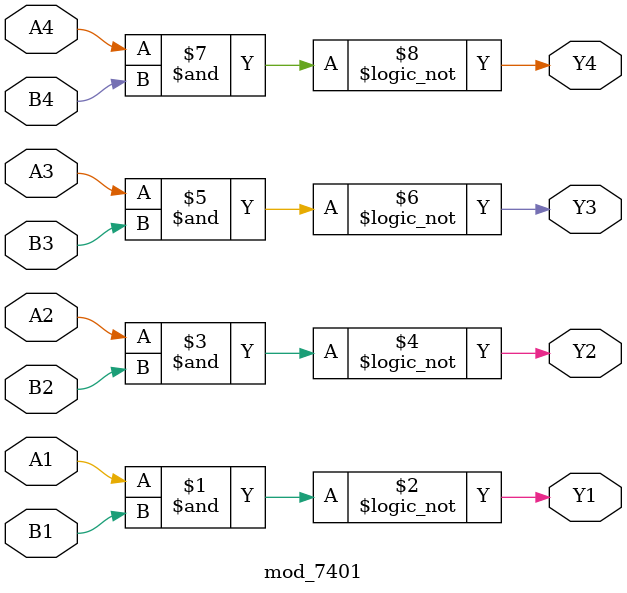
<source format=v>
module mod_7401 (
	input A1, input B1, output Y1, 
	input A2, input B2, output Y2, 
	input A3, input B3, output Y3, 
	input A4, input B4, output Y4
);
	assign Y1 = !(A1 & B1);
	assign Y2 = !(A2 & B2);
	assign Y3 = !(A3 & B3);
	assign Y4 = !(A4 & B4);
endmodule
</source>
